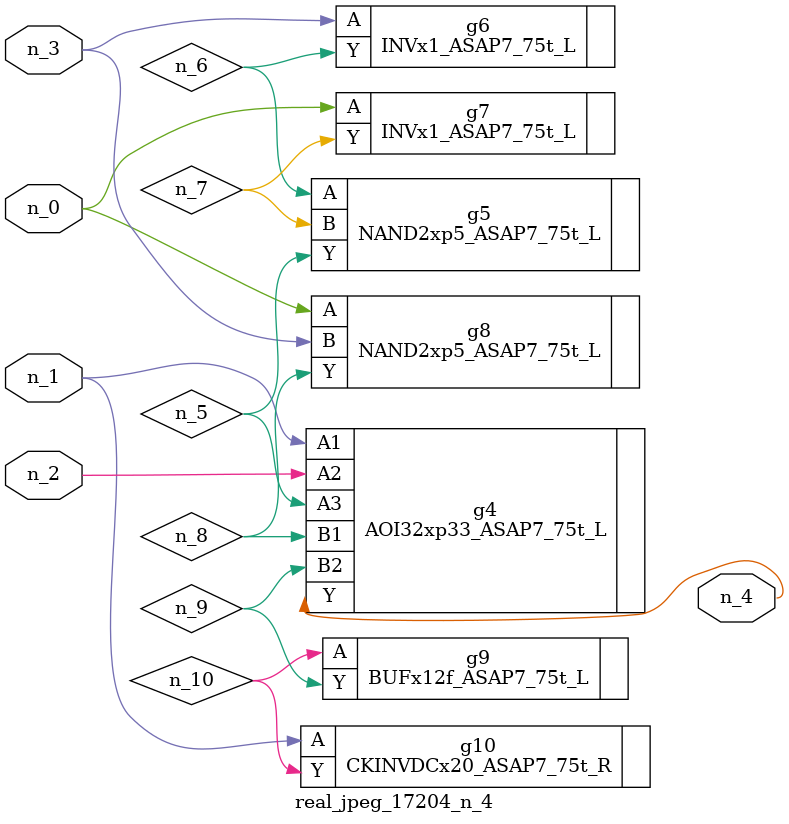
<source format=v>
module real_jpeg_17204_n_4 (n_3, n_1, n_0, n_2, n_4);

input n_3;
input n_1;
input n_0;
input n_2;

output n_4;

wire n_5;
wire n_8;
wire n_6;
wire n_7;
wire n_10;
wire n_9;

INVx1_ASAP7_75t_L g7 ( 
.A(n_0),
.Y(n_7)
);

NAND2xp5_ASAP7_75t_L g8 ( 
.A(n_0),
.B(n_3),
.Y(n_8)
);

AOI32xp33_ASAP7_75t_L g4 ( 
.A1(n_1),
.A2(n_2),
.A3(n_5),
.B1(n_8),
.B2(n_9),
.Y(n_4)
);

CKINVDCx20_ASAP7_75t_R g10 ( 
.A(n_1),
.Y(n_10)
);

INVx1_ASAP7_75t_L g6 ( 
.A(n_3),
.Y(n_6)
);

NAND2xp5_ASAP7_75t_L g5 ( 
.A(n_6),
.B(n_7),
.Y(n_5)
);

BUFx12f_ASAP7_75t_L g9 ( 
.A(n_10),
.Y(n_9)
);


endmodule
</source>
